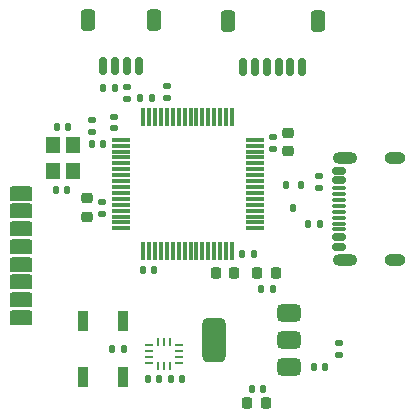
<source format=gtp>
G04 #@! TF.GenerationSoftware,KiCad,Pcbnew,9.0.1*
G04 #@! TF.CreationDate,2025-04-29T03:14:40+06:00*
G04 #@! TF.ProjectId,stm32f401,73746d33-3266-4343-9031-2e6b69636164,rev?*
G04 #@! TF.SameCoordinates,Original*
G04 #@! TF.FileFunction,Paste,Top*
G04 #@! TF.FilePolarity,Positive*
%FSLAX46Y46*%
G04 Gerber Fmt 4.6, Leading zero omitted, Abs format (unit mm)*
G04 Created by KiCad (PCBNEW 9.0.1) date 2025-04-29 03:14:40*
%MOMM*%
%LPD*%
G01*
G04 APERTURE LIST*
G04 Aperture macros list*
%AMRoundRect*
0 Rectangle with rounded corners*
0 $1 Rounding radius*
0 $2 $3 $4 $5 $6 $7 $8 $9 X,Y pos of 4 corners*
0 Add a 4 corners polygon primitive as box body*
4,1,4,$2,$3,$4,$5,$6,$7,$8,$9,$2,$3,0*
0 Add four circle primitives for the rounded corners*
1,1,$1+$1,$2,$3*
1,1,$1+$1,$4,$5*
1,1,$1+$1,$6,$7*
1,1,$1+$1,$8,$9*
0 Add four rect primitives between the rounded corners*
20,1,$1+$1,$2,$3,$4,$5,0*
20,1,$1+$1,$4,$5,$6,$7,0*
20,1,$1+$1,$6,$7,$8,$9,0*
20,1,$1+$1,$8,$9,$2,$3,0*%
G04 Aperture macros list end*
%ADD10O,1.800000X1.000000*%
%ADD11O,2.100000X1.000000*%
%ADD12RoundRect,0.150000X0.425000X-0.150000X0.425000X0.150000X-0.425000X0.150000X-0.425000X-0.150000X0*%
%ADD13RoundRect,0.075000X0.500000X-0.075000X0.500000X0.075000X-0.500000X0.075000X-0.500000X-0.075000X0*%
%ADD14RoundRect,0.135000X0.135000X0.185000X-0.135000X0.185000X-0.135000X-0.185000X0.135000X-0.185000X0*%
%ADD15R,0.675000X0.250000*%
%ADD16R,0.250000X0.675000*%
%ADD17RoundRect,0.112500X0.112500X0.237500X-0.112500X0.237500X-0.112500X-0.237500X0.112500X-0.237500X0*%
%ADD18RoundRect,0.225000X-0.225000X-0.250000X0.225000X-0.250000X0.225000X0.250000X-0.225000X0.250000X0*%
%ADD19RoundRect,0.375000X0.625000X0.375000X-0.625000X0.375000X-0.625000X-0.375000X0.625000X-0.375000X0*%
%ADD20RoundRect,0.500000X0.500000X1.400000X-0.500000X1.400000X-0.500000X-1.400000X0.500000X-1.400000X0*%
%ADD21RoundRect,0.140000X-0.140000X-0.170000X0.140000X-0.170000X0.140000X0.170000X-0.140000X0.170000X0*%
%ADD22RoundRect,0.140000X0.140000X0.170000X-0.140000X0.170000X-0.140000X-0.170000X0.140000X-0.170000X0*%
%ADD23RoundRect,0.147500X-0.147500X-0.172500X0.147500X-0.172500X0.147500X0.172500X-0.147500X0.172500X0*%
%ADD24RoundRect,0.135000X-0.185000X0.135000X-0.185000X-0.135000X0.185000X-0.135000X0.185000X0.135000X0*%
%ADD25RoundRect,0.135000X-0.135000X-0.185000X0.135000X-0.185000X0.135000X0.185000X-0.135000X0.185000X0*%
%ADD26R,0.900000X1.700000*%
%ADD27RoundRect,0.250000X0.350000X0.650000X-0.350000X0.650000X-0.350000X-0.650000X0.350000X-0.650000X0*%
%ADD28RoundRect,0.150000X0.150000X0.625000X-0.150000X0.625000X-0.150000X-0.625000X0.150000X-0.625000X0*%
%ADD29RoundRect,0.190500X-0.762000X-0.444500X0.762000X-0.444500X0.762000X0.444500X-0.762000X0.444500X0*%
%ADD30RoundRect,0.140000X-0.170000X0.140000X-0.170000X-0.140000X0.170000X-0.140000X0.170000X0.140000X0*%
%ADD31R,1.200000X1.400000*%
%ADD32RoundRect,0.225000X-0.250000X0.225000X-0.250000X-0.225000X0.250000X-0.225000X0.250000X0.225000X0*%
%ADD33RoundRect,0.135000X0.185000X-0.135000X0.185000X0.135000X-0.185000X0.135000X-0.185000X-0.135000X0*%
%ADD34RoundRect,0.147500X0.147500X0.172500X-0.147500X0.172500X-0.147500X-0.172500X0.147500X-0.172500X0*%
%ADD35RoundRect,0.225000X0.225000X0.250000X-0.225000X0.250000X-0.225000X-0.250000X0.225000X-0.250000X0*%
%ADD36RoundRect,0.075000X-0.700000X-0.075000X0.700000X-0.075000X0.700000X0.075000X-0.700000X0.075000X0*%
%ADD37RoundRect,0.075000X-0.075000X-0.700000X0.075000X-0.700000X0.075000X0.700000X-0.075000X0.700000X0*%
G04 APERTURE END LIST*
D10*
G04 #@! TO.C,J1*
X73645000Y-63050000D03*
D11*
X69465000Y-63050000D03*
D10*
X73645000Y-71690000D03*
D11*
X69465000Y-71690000D03*
D12*
X68890000Y-70570000D03*
X68890000Y-69770000D03*
D13*
X68890000Y-69120000D03*
X68890000Y-68120000D03*
X68890000Y-66620000D03*
X68890000Y-65620000D03*
D12*
X68890000Y-64970000D03*
X68890000Y-64170000D03*
X68890000Y-64170000D03*
X68890000Y-64970000D03*
D13*
X68890000Y-66120000D03*
X68890000Y-67120000D03*
X68890000Y-67620000D03*
X68890000Y-68620000D03*
D12*
X68890000Y-69770000D03*
X68890000Y-70570000D03*
G04 #@! TD*
D14*
G04 #@! TO.C,R3*
X49720000Y-79260000D03*
X50740000Y-79260000D03*
G04 #@! TD*
D15*
G04 #@! TO.C,U3*
X52877500Y-78887500D03*
X52877500Y-79387500D03*
X52877500Y-79887500D03*
X52877500Y-80387500D03*
D16*
X53640000Y-80650000D03*
X54140000Y-80650000D03*
X54640000Y-80650000D03*
D15*
X55402500Y-80387500D03*
X55402500Y-79887500D03*
X55402500Y-79387500D03*
X55402500Y-78887500D03*
D16*
X54640000Y-78625000D03*
X54140000Y-78625000D03*
X53640000Y-78625000D03*
G04 #@! TD*
D17*
G04 #@! TO.C,U1*
X65720000Y-65320000D03*
X64420000Y-65320000D03*
X65070000Y-67320000D03*
G04 #@! TD*
D18*
G04 #@! TO.C,C17*
X62725000Y-83850000D03*
X61175000Y-83850000D03*
G04 #@! TD*
D19*
G04 #@! TO.C,U2*
X64680000Y-76192500D03*
D20*
X58380000Y-78492500D03*
D19*
X64680000Y-78492500D03*
X64680000Y-80792500D03*
G04 #@! TD*
D21*
G04 #@! TO.C,C16*
X62500000Y-82610000D03*
X61540000Y-82610000D03*
G04 #@! TD*
D22*
G04 #@! TO.C,C13*
X62360000Y-74130000D03*
X63320000Y-74130000D03*
G04 #@! TD*
D23*
G04 #@! TO.C,D2*
X67762500Y-80790000D03*
X66792500Y-80790000D03*
G04 #@! TD*
D24*
G04 #@! TO.C,R5*
X68900000Y-79720000D03*
X68900000Y-78700000D03*
G04 #@! TD*
D25*
G04 #@! TO.C,R7*
X67290000Y-68630000D03*
X66270000Y-68630000D03*
G04 #@! TD*
D22*
G04 #@! TO.C,C7*
X54680000Y-81780000D03*
X55640000Y-81780000D03*
G04 #@! TD*
D21*
G04 #@! TO.C,C1*
X53690000Y-81790000D03*
X52730000Y-81790000D03*
G04 #@! TD*
D26*
G04 #@! TO.C,RST*
X50650000Y-76900000D03*
X47250000Y-76900000D03*
G04 #@! TD*
G04 #@! TO.C,BOOT0*
X47220000Y-81620000D03*
X50620000Y-81620000D03*
G04 #@! TD*
D27*
G04 #@! TO.C,I2C1*
X47670000Y-51415000D03*
X53270000Y-51415000D03*
D28*
X48970000Y-55290000D03*
X49970000Y-55290000D03*
X50970000Y-55290000D03*
X51970000Y-55290000D03*
G04 #@! TD*
D27*
G04 #@! TO.C,PWM1*
X59520000Y-51455000D03*
X67120000Y-51455000D03*
D28*
X60820000Y-55330000D03*
X61820000Y-55330000D03*
X62820000Y-55330000D03*
X63820000Y-55330000D03*
X64820000Y-55330000D03*
X65820000Y-55330000D03*
G04 #@! TD*
D22*
G04 #@! TO.C,C15*
X53280000Y-72540000D03*
X52320000Y-72540000D03*
G04 #@! TD*
D21*
G04 #@! TO.C,C2*
X60760000Y-71220000D03*
X61720000Y-71220000D03*
G04 #@! TD*
D29*
G04 #@! TO.C,SWD*
X42020000Y-76600000D03*
X42020000Y-75100000D03*
X42020000Y-73600000D03*
X42020000Y-72100000D03*
X42020000Y-70600000D03*
X42020000Y-69100000D03*
X42020000Y-67600000D03*
X42020000Y-66100000D03*
G04 #@! TD*
D21*
G04 #@! TO.C,C8*
X45060000Y-60430000D03*
X46020000Y-60430000D03*
G04 #@! TD*
G04 #@! TO.C,C4*
X52110000Y-58000000D03*
X53070000Y-58000000D03*
G04 #@! TD*
D30*
G04 #@! TO.C,C14*
X49900000Y-59600000D03*
X49900000Y-60560000D03*
G04 #@! TD*
D31*
G04 #@! TO.C,Y1*
X44730000Y-61980000D03*
X44730000Y-64180000D03*
X46430000Y-64180000D03*
X46430000Y-61980000D03*
G04 #@! TD*
D32*
G04 #@! TO.C,C3*
X47560000Y-66495000D03*
X47560000Y-68045000D03*
G04 #@! TD*
D21*
G04 #@! TO.C,C9*
X44930000Y-65800000D03*
X45890000Y-65800000D03*
G04 #@! TD*
D14*
G04 #@! TO.C,R1*
X50000000Y-57110000D03*
X48980000Y-57110000D03*
G04 #@! TD*
D24*
G04 #@! TO.C,R2*
X50950000Y-57050000D03*
X50950000Y-58070000D03*
G04 #@! TD*
D33*
G04 #@! TO.C,R4*
X54360000Y-58010000D03*
X54360000Y-56990000D03*
G04 #@! TD*
D34*
G04 #@! TO.C,D1*
X48950000Y-61880000D03*
X47980000Y-61880000D03*
G04 #@! TD*
D30*
G04 #@! TO.C,C5*
X48830000Y-66830000D03*
X48830000Y-67790000D03*
G04 #@! TD*
D32*
G04 #@! TO.C,C10*
X64630000Y-60965000D03*
X64630000Y-62515000D03*
G04 #@! TD*
D35*
G04 #@! TO.C,C12*
X63575000Y-72770000D03*
X62025000Y-72770000D03*
G04 #@! TD*
D24*
G04 #@! TO.C,R8*
X67240000Y-64600000D03*
X67240000Y-65620000D03*
G04 #@! TD*
D18*
G04 #@! TO.C,C18*
X58515000Y-72840000D03*
X60065000Y-72840000D03*
G04 #@! TD*
D30*
G04 #@! TO.C,C6*
X63330000Y-61310000D03*
X63330000Y-62270000D03*
G04 #@! TD*
D24*
G04 #@! TO.C,R6*
X48010000Y-59840000D03*
X48010000Y-60860000D03*
G04 #@! TD*
D36*
G04 #@! TO.C,U4*
X50435000Y-61530000D03*
X50435000Y-62030000D03*
X50435000Y-62530000D03*
X50435000Y-63030000D03*
X50435000Y-63530000D03*
X50435000Y-64030000D03*
X50435000Y-64530000D03*
X50435000Y-65030000D03*
X50435000Y-65530000D03*
X50435000Y-66030000D03*
X50435000Y-66530000D03*
X50435000Y-67030000D03*
X50435000Y-67530000D03*
X50435000Y-68030000D03*
X50435000Y-68530000D03*
X50435000Y-69030000D03*
D37*
X52360000Y-70955000D03*
X52860000Y-70955000D03*
X53360000Y-70955000D03*
X53860000Y-70955000D03*
X54360000Y-70955000D03*
X54860000Y-70955000D03*
X55360000Y-70955000D03*
X55860000Y-70955000D03*
X56360000Y-70955000D03*
X56860000Y-70955000D03*
X57360000Y-70955000D03*
X57860000Y-70955000D03*
X58360000Y-70955000D03*
X58860000Y-70955000D03*
X59360000Y-70955000D03*
X59860000Y-70955000D03*
D36*
X61785000Y-69030000D03*
X61785000Y-68530000D03*
X61785000Y-68030000D03*
X61785000Y-67530000D03*
X61785000Y-67030000D03*
X61785000Y-66530000D03*
X61785000Y-66030000D03*
X61785000Y-65530000D03*
X61785000Y-65030000D03*
X61785000Y-64530000D03*
X61785000Y-64030000D03*
X61785000Y-63530000D03*
X61785000Y-63030000D03*
X61785000Y-62530000D03*
X61785000Y-62030000D03*
X61785000Y-61530000D03*
D37*
X59860000Y-59605000D03*
X59360000Y-59605000D03*
X58860000Y-59605000D03*
X58360000Y-59605000D03*
X57860000Y-59605000D03*
X57360000Y-59605000D03*
X56860000Y-59605000D03*
X56360000Y-59605000D03*
X55860000Y-59605000D03*
X55360000Y-59605000D03*
X54860000Y-59605000D03*
X54360000Y-59605000D03*
X53860000Y-59605000D03*
X53360000Y-59605000D03*
X52860000Y-59605000D03*
X52360000Y-59605000D03*
G04 #@! TD*
M02*

</source>
